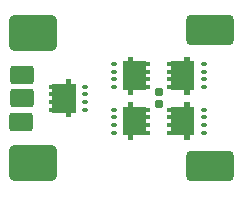
<source format=gbp>
G04*
G04 #@! TF.GenerationSoftware,Altium Limited,Altium Designer,21.8.1 (53)*
G04*
G04 Layer_Color=128*
%FSLAX25Y25*%
%MOIN*%
G70*
G04*
G04 #@! TF.SameCoordinates,FA860FD0-AEA4-4FFE-92F8-4FAB6C871CC1*
G04*
G04*
G04 #@! TF.FilePolarity,Positive*
G04*
G01*
G75*
G04:AMPARAMS|DCode=18|XSize=23.62mil|YSize=25.59mil|CornerRadius=3.9mil|HoleSize=0mil|Usage=FLASHONLY|Rotation=270.000|XOffset=0mil|YOffset=0mil|HoleType=Round|Shape=RoundedRectangle|*
%AMROUNDEDRECTD18*
21,1,0.02362,0.01780,0,0,270.0*
21,1,0.01583,0.02559,0,0,270.0*
1,1,0.00780,-0.00890,-0.00791*
1,1,0.00780,-0.00890,0.00791*
1,1,0.00780,0.00890,0.00791*
1,1,0.00780,0.00890,-0.00791*
%
%ADD18ROUNDEDRECTD18*%
G04:AMPARAMS|DCode=42|XSize=19.68mil|YSize=13.78mil|CornerRadius=2mil|HoleSize=0mil|Usage=FLASHONLY|Rotation=180.000|XOffset=0mil|YOffset=0mil|HoleType=Round|Shape=RoundedRectangle|*
%AMROUNDEDRECTD42*
21,1,0.01968,0.00978,0,0,180.0*
21,1,0.01569,0.01378,0,0,180.0*
1,1,0.00400,-0.00784,0.00489*
1,1,0.00400,0.00784,0.00489*
1,1,0.00400,0.00784,-0.00489*
1,1,0.00400,-0.00784,-0.00489*
%
%ADD42ROUNDEDRECTD42*%
G04:AMPARAMS|DCode=43|XSize=19.68mil|YSize=15.75mil|CornerRadius=2.28mil|HoleSize=0mil|Usage=FLASHONLY|Rotation=180.000|XOffset=0mil|YOffset=0mil|HoleType=Round|Shape=RoundedRectangle|*
%AMROUNDEDRECTD43*
21,1,0.01968,0.01118,0,0,180.0*
21,1,0.01512,0.01575,0,0,180.0*
1,1,0.00457,-0.00756,0.00559*
1,1,0.00457,0.00756,0.00559*
1,1,0.00457,0.00756,-0.00559*
1,1,0.00457,-0.00756,-0.00559*
%
%ADD43ROUNDEDRECTD43*%
G04:AMPARAMS|DCode=44|XSize=78.74mil|YSize=59.06mil|CornerRadius=7.38mil|HoleSize=0mil|Usage=FLASHONLY|Rotation=0.000|XOffset=0mil|YOffset=0mil|HoleType=Round|Shape=RoundedRectangle|*
%AMROUNDEDRECTD44*
21,1,0.07874,0.04429,0,0,0.0*
21,1,0.06398,0.05906,0,0,0.0*
1,1,0.01476,0.03199,-0.02215*
1,1,0.01476,-0.03199,-0.02215*
1,1,0.01476,-0.03199,0.02215*
1,1,0.01476,0.03199,0.02215*
%
%ADD44ROUNDEDRECTD44*%
G04:AMPARAMS|DCode=45|XSize=157.48mil|YSize=98.43mil|CornerRadius=12.3mil|HoleSize=0mil|Usage=FLASHONLY|Rotation=0.000|XOffset=0mil|YOffset=0mil|HoleType=Round|Shape=RoundedRectangle|*
%AMROUNDEDRECTD45*
21,1,0.15748,0.07382,0,0,0.0*
21,1,0.13287,0.09843,0,0,0.0*
1,1,0.02461,0.06644,-0.03691*
1,1,0.02461,-0.06644,-0.03691*
1,1,0.02461,-0.06644,0.03691*
1,1,0.02461,0.06644,0.03691*
%
%ADD45ROUNDEDRECTD45*%
G04:AMPARAMS|DCode=46|XSize=157.48mil|YSize=118.11mil|CornerRadius=14.76mil|HoleSize=0mil|Usage=FLASHONLY|Rotation=180.000|XOffset=0mil|YOffset=0mil|HoleType=Round|Shape=RoundedRectangle|*
%AMROUNDEDRECTD46*
21,1,0.15748,0.08858,0,0,180.0*
21,1,0.12795,0.11811,0,0,180.0*
1,1,0.02953,-0.06398,0.04429*
1,1,0.02953,0.06398,0.04429*
1,1,0.02953,0.06398,-0.04429*
1,1,0.02953,-0.06398,-0.04429*
%
%ADD46ROUNDEDRECTD46*%
G36*
X62067Y13898D02*
Y12402D01*
X63701Y12402D01*
X63701Y2756D01*
X62067Y2756D01*
X62067Y1260D01*
X60374Y1260D01*
Y2756D01*
X55905D01*
X55905Y12402D01*
X60374Y12402D01*
Y13898D01*
X62067Y13898D01*
D02*
G37*
G36*
X43169Y12402D02*
X47638D01*
Y2756D01*
X43169D01*
Y1260D01*
X41476D01*
X41476Y2756D01*
X39843Y2756D01*
X39843Y12402D01*
X41476D01*
Y13898D01*
X43169Y13898D01*
Y12402D01*
D02*
G37*
G36*
X22500Y4823D02*
X24134D01*
X24134Y-4823D01*
X22500Y-4823D01*
Y-6319D01*
X20807D01*
Y-4823D01*
X16339D01*
Y4823D01*
X20807D01*
Y6319D01*
X22500D01*
Y4823D01*
D02*
G37*
G36*
X43169Y-2756D02*
X47638Y-2756D01*
Y-12402D01*
X43169Y-12402D01*
Y-13898D01*
X41476Y-13898D01*
Y-12402D01*
X39843Y-12402D01*
Y-2756D01*
X41476Y-2756D01*
Y-1260D01*
X43169Y-1260D01*
Y-2756D01*
D02*
G37*
G36*
X62067Y-2756D02*
X63701D01*
X63701Y-12402D01*
X62067Y-12402D01*
X62067Y-13898D01*
X60374D01*
Y-12402D01*
X55905Y-12402D01*
Y-2756D01*
X60374Y-2756D01*
Y-1260D01*
X62067D01*
X62067Y-2756D01*
D02*
G37*
D18*
X51772Y1969D02*
D03*
X51772Y-1969D02*
D03*
D42*
X66732Y11417D02*
D03*
Y8858D02*
D03*
Y6299D02*
D03*
Y3740D02*
D03*
X36811Y-3740D02*
D03*
Y-6299D02*
D03*
Y-8858D02*
D03*
Y-11417D02*
D03*
Y11417D02*
D03*
Y8858D02*
D03*
Y6299D02*
D03*
Y3740D02*
D03*
X66732Y-11417D02*
D03*
X66732Y-8858D02*
D03*
X66732Y-6299D02*
D03*
X66732Y-3740D02*
D03*
X27165Y-3839D02*
D03*
Y-1280D02*
D03*
Y1280D02*
D03*
X27165Y3839D02*
D03*
D43*
X55709Y3740D02*
D03*
Y6299D02*
D03*
Y8858D02*
D03*
Y11417D02*
D03*
X47835Y-11417D02*
D03*
Y-8858D02*
D03*
Y-6299D02*
D03*
Y-3740D02*
D03*
Y3740D02*
D03*
Y6299D02*
D03*
X47835Y8858D02*
D03*
X47835Y11417D02*
D03*
X55709Y-3740D02*
D03*
X55709Y-6299D02*
D03*
X55709Y-8858D02*
D03*
Y-11417D02*
D03*
X16142Y3839D02*
D03*
X16142Y1280D02*
D03*
X16142Y-1280D02*
D03*
Y-3839D02*
D03*
D44*
X6102Y7874D02*
D03*
X5906Y-7874D02*
D03*
X6102Y0D02*
D03*
D45*
X68898Y22638D02*
D03*
Y-22638D02*
D03*
D46*
X9843Y-21654D02*
D03*
Y21654D02*
D03*
M02*

</source>
